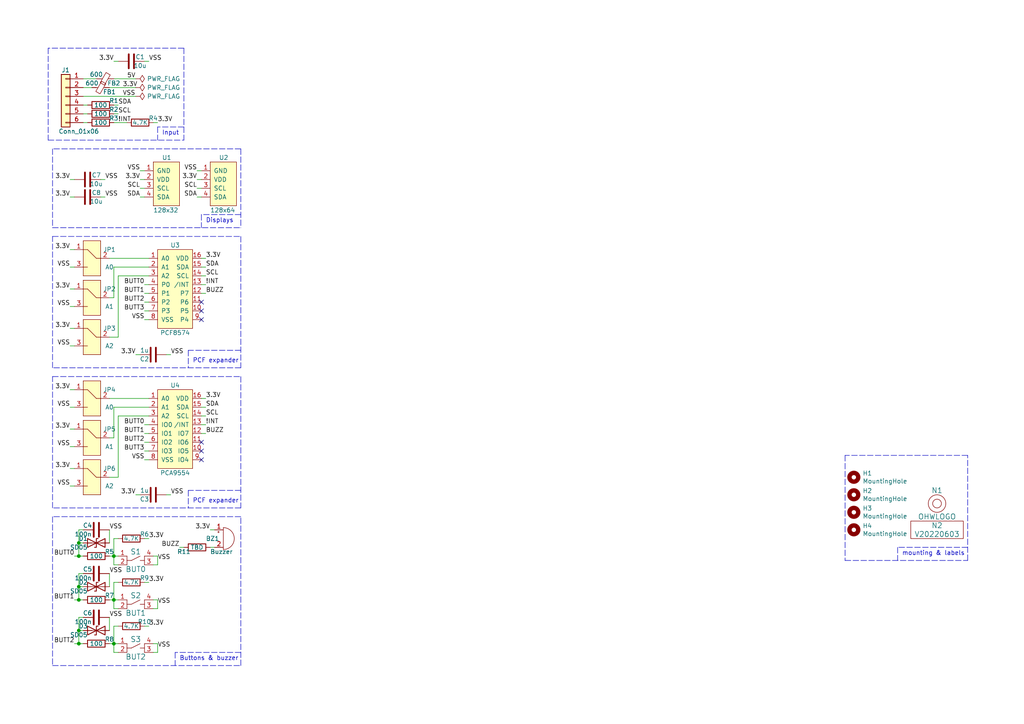
<source format=kicad_sch>
(kicad_sch (version 20211123) (generator eeschema)
  (paper "A4")
  (lib_symbols
    (symbol "Connector_Generic:Conn_01x06" (pin_names (offset 1.016) hide)
      (property "Reference" "J" (at 0 7.62 0))
      (property "Value" "Conn_01x06" (at 0 -10.16 0))
      (symbol "Conn_01x06_1_1"
        (rectangle (start -1.27 -7.493) (end 0 -7.747) (stroke (width 0.1524)))
        (rectangle (start -1.27 -4.953) (end 0 -5.207) (stroke (width 0.1524)))
        (rectangle (start -1.27 -2.413) (end 0 -2.667) (stroke (width 0.1524)))
        (rectangle (start -1.27 0.127) (end 0 -0.127) (stroke (width 0.1524)))
        (rectangle (start -1.27 2.667) (end 0 2.413) (stroke (width 0.1524)))
        (rectangle (start -1.27 5.207) (end 0 4.953) (stroke (width 0.1524)))
        (rectangle (start -1.27 6.35) (end 1.27 -8.89) (stroke (width 0.254)) (fill (type background)))
        (pin passive line (at -5.08 5.08 0) (length 3.81) (name "Pin_1") (number "1"))
        (pin passive line (at -5.08 2.54 0) (length 3.81) (name "Pin_2") (number "2"))
        (pin passive line (at -5.08 0 0) (length 3.81) (name "Pin_3") (number "3"))
        (pin passive line (at -5.08 -2.54 0) (length 3.81) (name "Pin_4") (number "4"))
        (pin passive line (at -5.08 -5.08 0) (length 3.81) (name "Pin_5") (number "5"))
        (pin passive line (at -5.08 -7.62 0) (length 3.81) (name "Pin_6") (number "6"))
      )
    )
    (symbol "Device:Buzzer" (pin_names (offset 0.0254) hide)
      (property "Reference" "BZ" (at 3.81 1.27 0))
      (property "Value" "Buzzer" (at 3.81 -1.27 0))
      (symbol "Buzzer_0_1"
        (arc (start 0 -3.175) (mid 3.175 0) (end 0 3.175))
        (polyline (pts (xy -1.651 1.905) (xy -1.143 1.905)))
        (polyline (pts (xy -1.397 2.159) (xy -1.397 1.651)))
        (polyline (pts (xy 0 3.175) (xy 0 -3.175)))
      )
      (symbol "Buzzer_1_1"
        (pin passive line (at -2.54 2.54 0) (length 2.54) (name "-") (number "1"))
        (pin passive line (at -2.54 -2.54 0) (length 2.54) (name "+") (number "2"))
      )
    )
    (symbol "Device:C" (pin_numbers hide) (pin_names (offset 0.254))
      (property "Reference" "C" (at 0.635 2.54 0))
      (property "Value" "C" (at 0.635 -2.54 0))
      (symbol "C_0_1"
        (polyline (pts (xy -2.032 -0.762) (xy 2.032 -0.762)) (stroke (width 0.508)))
        (polyline (pts (xy -2.032 0.762) (xy 2.032 0.762)) (stroke (width 0.508)))
      )
      (symbol "C_1_1"
        (pin passive line (at 0 3.81 270) (length 2.794) (name "~") (number "1"))
        (pin passive line (at 0 -3.81 90) (length 2.794) (name "~") (number "2"))
      )
    )
    (symbol "Device:D_TVS" (pin_numbers hide) (pin_names (offset 1.016) hide)
      (property "Reference" "D" (at 0 2.54 0))
      (property "Value" "D_TVS" (at 0 -2.54 0))
      (symbol "D_TVS_0_1"
        (polyline (pts (xy 1.27 0) (xy -1.27 0)))
        (polyline (pts (xy 0.508 1.27) (xy 0 1.27) (xy 0 -1.27) (xy -0.508 -1.27)) (stroke (width 0.254)))
        (polyline (pts (xy -2.54 1.27) (xy -2.54 -1.27) (xy 2.54 1.27) (xy 2.54 -1.27) (xy -2.54 1.27)) (stroke (width 0.254)))
      )
      (symbol "D_TVS_1_1"
        (pin passive line (at -3.81 0 0) (length 2.54) (name "A1") (number "1"))
        (pin passive line (at 3.81 0 180) (length 2.54) (name "A2") (number "2"))
      )
    )
    (symbol "Device:FerriteBead_Small" (pin_numbers hide) (pin_names (offset 0))
      (property "Reference" "FB" (at 1.905 1.27 0))
      (property "Value" "FerriteBead_Small" (at 1.905 -1.27 0))
      (symbol "FerriteBead_Small_0_1"
        (polyline (pts (xy 0 -1.27) (xy 0 -0.7874)))
        (polyline (pts (xy 0 0.889) (xy 0 1.2954)))
        (polyline (pts (xy -1.8288 0.2794) (xy -1.1176 1.4986) (xy 1.8288 -0.2032) (xy 1.1176 -1.4224) (xy -1.8288 0.2794)))
      )
      (symbol "FerriteBead_Small_1_1"
        (pin passive line (at 0 2.54 270) (length 1.27) (name "~") (number "1"))
        (pin passive line (at 0 -2.54 90) (length 1.27) (name "~") (number "2"))
      )
    )
    (symbol "Device:R" (pin_numbers hide) (pin_names (offset 0))
      (property "Reference" "R" (at 2.032 0 90))
      (property "Value" "R" (at 0 0 90))
      (symbol "R_0_1"
        (rectangle (start -1.016 -2.54) (end 1.016 2.54) (stroke (width 0.254)))
      )
      (symbol "R_1_1"
        (pin passive line (at 0 3.81 270) (length 1.27) (name "~") (number "1"))
        (pin passive line (at 0 -3.81 90) (length 1.27) (name "~") (number "2"))
      )
    )
    (symbol "Mechanical:MountingHole" (pin_names (offset 1.016))
      (property "Reference" "H" (at 0 5.08 0))
      (property "Value" "MountingHole" (at 0 3.175 0))
      (symbol "MountingHole_0_1"
        (circle (center 0 0) (radius 1.27) (stroke (width 1.27)))
      )
    )
    (symbol "SquantorLabels:OHWLOGO" (pin_names (offset 1.016))
      (property "Reference" "N" (at 0 3.81 0))
      (property "Value" "OHWLOGO" (at 0 -3.81 0))
      (symbol "OHWLOGO_0_1"
        (circle (center 0 0) (radius 1.27))
        (circle (center 0 0) (radius 2.54))
      )
    )
    (symbol "SquantorLabels:VYYYYMMDD" (pin_names (offset 1.016))
      (property "Reference" "N" (at 0 2.54 0))
      (property "Value" "VYYYYMMDD" (at 0 0 0))
      (symbol "VYYYYMMDD_0_1"
        (rectangle (start 7.62 -1.27) (end -7.62 3.81))
      )
    )
    (symbol "SquantorModules:I2C_OLED" (pin_names (offset 1.016))
      (property "Reference" "U" (at 0 7.62 0))
      (property "Value" "I2C_OLED" (at 0 -7.62 0))
      (symbol "I2C_OLED_0_1"
        (rectangle (start -3.81 6.35) (end 3.81 -6.35) (fill (type background)))
      )
      (symbol "I2C_OLED_1_1"
        (pin power_in line (at -6.35 3.81 0) (length 2.54) (name "GND") (number "1"))
        (pin power_in line (at -6.35 1.27 0) (length 2.54) (name "VDD") (number "2"))
        (pin input line (at -6.35 -1.27 0) (length 2.54) (name "SCL") (number "3"))
        (pin bidirectional line (at -6.35 -3.81 0) (length 2.54) (name "SDA") (number "4"))
      )
    )
    (symbol "SquantorNxp:PCA9554" (pin_names (offset 1.016))
      (property "Reference" "U" (at 0 10.16 0))
      (property "Value" "PCA9554" (at 0 -15.24 0))
      (symbol "PCA9554_0_1"
        (rectangle (start -5.08 8.89) (end 5.08 -13.97) (fill (type background)))
      )
      (symbol "PCA9554_1_1"
        (pin input line (at -7.62 6.35 0) (length 2.54) (name "A0") (number "1"))
        (pin bidirectional line (at 7.62 -8.89 180) (length 2.54) (name "IO5") (number "10"))
        (pin bidirectional line (at 7.62 -6.35 180) (length 2.54) (name "IO6") (number "11"))
        (pin bidirectional line (at 7.62 -3.81 180) (length 2.54) (name "IO7") (number "12"))
        (pin open_collector line (at 7.62 -1.27 180) (length 2.54) (name "/INT") (number "13"))
        (pin open_collector line (at 7.62 1.27 180) (length 2.54) (name "SCL") (number "14"))
        (pin open_collector line (at 7.62 3.81 180) (length 2.54) (name "SDA") (number "15"))
        (pin power_in line (at 7.62 6.35 180) (length 2.54) (name "VDD") (number "16"))
        (pin input line (at -7.62 3.81 0) (length 2.54) (name "A1") (number "2"))
        (pin input line (at -7.62 1.27 0) (length 2.54) (name "A2") (number "3"))
        (pin bidirectional line (at -7.62 -1.27 0) (length 2.54) (name "IO0") (number "4"))
        (pin bidirectional line (at -7.62 -3.81 0) (length 2.54) (name "IO1") (number "5"))
        (pin bidirectional line (at -7.62 -6.35 0) (length 2.54) (name "IO2") (number "6"))
        (pin bidirectional line (at -7.62 -8.89 0) (length 2.54) (name "IO3") (number "7"))
        (pin power_in line (at -7.62 -11.43 0) (length 2.54) (name "VSS") (number "8"))
        (pin bidirectional line (at 7.62 -11.43 180) (length 2.54) (name "IO4") (number "9"))
      )
    )
    (symbol "SquantorNxp:PCF8574" (pin_names (offset 1.016))
      (property "Reference" "U" (at 0 11.43 0))
      (property "Value" "PCF8574" (at 0 -13.97 0))
      (symbol "PCF8574_1_0"
        (rectangle (start -5.08 10.16) (end 5.08 -12.7) (fill (type background)))
      )
      (symbol "PCF8574_1_1"
        (pin input line (at -7.62 7.62 0) (length 2.54) (name "A0") (number "1"))
        (pin bidirectional line (at 7.62 -7.62 180) (length 2.54) (name "P5") (number "10"))
        (pin bidirectional line (at 7.62 -5.08 180) (length 2.54) (name "P6") (number "11"))
        (pin bidirectional line (at 7.62 -2.54 180) (length 2.54) (name "P7") (number "12"))
        (pin open_collector line (at 7.62 0 180) (length 2.54) (name "/INT") (number "13"))
        (pin input line (at 7.62 2.54 180) (length 2.54) (name "SCL") (number "14"))
        (pin bidirectional line (at 7.62 5.08 180) (length 2.54) (name "SDA") (number "15"))
        (pin power_in line (at 7.62 7.62 180) (length 2.54) (name "VDD") (number "16"))
        (pin input line (at -7.62 5.08 0) (length 2.54) (name "A1") (number "2"))
        (pin input line (at -7.62 2.54 0) (length 2.54) (name "A2") (number "3"))
        (pin bidirectional line (at -7.62 0 0) (length 2.54) (name "P0") (number "4"))
        (pin bidirectional line (at -7.62 -2.54 0) (length 2.54) (name "P1") (number "5"))
        (pin bidirectional line (at -7.62 -5.08 0) (length 2.54) (name "P2") (number "6"))
        (pin bidirectional line (at -7.62 -7.62 0) (length 2.54) (name "P3") (number "7"))
        (pin power_in line (at -7.62 -10.16 0) (length 2.54) (name "VSS") (number "8"))
        (pin bidirectional line (at 7.62 -10.16 180) (length 2.54) (name "P4") (number "9"))
      )
    )
    (symbol "SquantorSpecial:Solderjumper_3way_12conn" (pin_names (offset 1.016))
      (property "Reference" "JP" (at 0 6.35 0))
      (property "Value" "Solderjumper_3way_12conn" (at 0 -6.35 0))
      (symbol "Solderjumper_3way_12conn_0_1"
        (rectangle (start -2.54 5.08) (end 2.54 -5.08) (fill (type background)))
        (polyline (pts (xy -2.54 -2.54) (xy -1.27 -2.54)))
        (polyline (pts (xy -2.54 2.54) (xy -1.27 2.54)))
        (polyline (pts (xy -1.27 2.54) (xy 1.27 0)))
        (polyline (pts (xy 2.54 0) (xy 1.27 0)))
      )
      (symbol "Solderjumper_3way_12conn_1_1"
        (pin passive line (at -5.08 2.54 0) (length 2.54) (name "~") (number "1"))
        (pin passive line (at 5.08 0 180) (length 2.54) (name "~") (number "2"))
        (pin passive line (at -5.08 -2.54 0) (length 2.54) (name "~") (number "3"))
      )
    )
    (symbol "SquantorSwitches:4pin_tact_switch" (pin_names (offset 1.016))
      (property "Reference" "S" (at 0 3.81 0))
      (property "Value" "4pin_tact_switch" (at 0 -3.81 0))
      (symbol "4pin_tact_switch_0_1"
        (polyline (pts (xy -2.54 0) (xy -2.54 -1.27)))
        (polyline (pts (xy 1.27 1.27) (xy -1.27 0)))
        (polyline (pts (xy 2.54 -1.27) (xy 2.54 1.27)))
        (polyline (pts (xy 2.54 0) (xy 1.27 0)))
        (polyline (pts (xy -1.27 0) (xy -2.54 0) (xy -2.54 1.27)))
      )
      (symbol "4pin_tact_switch_1_1"
        (pin passive line (at -5.08 1.27 0) (length 2.54) (name "~") (number "1"))
        (pin passive line (at -5.08 -1.27 0) (length 2.54) (name "~") (number "2"))
        (pin passive line (at 5.08 -1.27 180) (length 2.54) (name "~") (number "3"))
        (pin passive line (at 5.08 1.27 180) (length 2.54) (name "~") (number "4"))
      )
    )
    (symbol "power:PWR_FLAG" (power) (pin_numbers hide) (pin_names (offset 0) hide)
      (property "Value" "PWR_FLAG" (at 0 3.81 0))
      (symbol "PWR_FLAG_0_0"
        (pin power_out line (at 0 0 90) (length 0) (name "pwr") (number "1"))
      )
      (symbol "PWR_FLAG_0_1"
        (polyline (pts (xy 0 0) (xy 0 1.27) (xy -1.016 1.905) (xy 0 2.54) (xy 1.016 1.905) (xy 0 1.27)))
      )
    )
  )
  (junction (at 22.86 182.88))
  (junction (at 33.02 173.99))
  (junction (at 22.86 186.69))
  (junction (at 22.86 170.18))
  (junction (at 33.02 161.29))
  (junction (at 33.02 186.69))
  (junction (at 22.86 161.29))
  (junction (at 22.86 173.99))
  (junction (at 22.86 157.48))
  (no_connect (at 58.42 130.81))
  (no_connect (at 58.42 90.17))
  (no_connect (at 58.42 92.71))
  (no_connect (at 58.42 87.63))
  (no_connect (at 58.42 133.35))
  (no_connect (at 58.42 128.27))
  (wire (pts (xy 34.29 33.02) (xy 33.02 33.02)))
  (wire (pts (xy 60.96 153.67) (xy 62.23 153.67)))
  (wire (pts (xy 34.29 186.69) (xy 33.02 186.69)))
  (wire (pts (xy 41.91 133.35) (xy 43.18 133.35)))
  (wire (pts (xy 34.29 181.61) (xy 33.02 181.61)))
  (polyline (pts (xy 15.24 109.22) (xy 69.85 109.22)))
  (wire (pts (xy 34.29 97.79) (xy 31.75 97.79)))
  (wire (pts (xy 59.69 118.11) (xy 58.42 118.11)))
  (wire (pts (xy 43.18 80.01) (xy 34.29 80.01)))
  (wire (pts (xy 24.13 166.37) (xy 22.86 166.37)))
  (wire (pts (xy 33.02 173.99) (xy 31.75 173.99)))
  (wire (pts (xy 41.91 52.07) (xy 40.64 52.07)))
  (wire (pts (xy 33.02 173.99) (xy 33.02 176.53)))
  (polyline (pts (xy 69.85 193.04) (xy 69.85 149.86)))
  (wire (pts (xy 57.15 49.53) (xy 58.42 49.53)))
  (wire (pts (xy 41.91 82.55) (xy 43.18 82.55)))
  (wire (pts (xy 58.42 120.65) (xy 59.69 120.65)))
  (polyline (pts (xy 69.85 68.58) (xy 69.85 106.68)))
  (polyline (pts (xy 260.35 158.75) (xy 260.35 162.56)))
  (wire (pts (xy 34.29 176.53) (xy 33.02 176.53)))
  (wire (pts (xy 43.18 85.09) (xy 41.91 85.09)))
  (wire (pts (xy 34.29 17.78) (xy 33.02 17.78)))
  (wire (pts (xy 33.02 22.86) (xy 39.37 22.86)))
  (wire (pts (xy 43.18 125.73) (xy 41.91 125.73)))
  (wire (pts (xy 40.64 49.53) (xy 41.91 49.53)))
  (wire (pts (xy 33.02 168.91) (xy 33.02 173.99)))
  (wire (pts (xy 43.18 77.47) (xy 33.02 77.47)))
  (wire (pts (xy 41.91 87.63) (xy 43.18 87.63)))
  (wire (pts (xy 31.75 166.37) (xy 31.75 170.18)))
  (wire (pts (xy 58.42 115.57) (xy 59.69 115.57)))
  (wire (pts (xy 33.02 127) (xy 31.75 127)))
  (wire (pts (xy 43.18 156.21) (xy 41.91 156.21)))
  (wire (pts (xy 22.86 182.88) (xy 22.86 179.07)))
  (wire (pts (xy 25.4 33.02) (xy 24.13 33.02)))
  (wire (pts (xy 34.29 138.43) (xy 31.75 138.43)))
  (wire (pts (xy 33.02 35.56) (xy 36.83 35.56)))
  (polyline (pts (xy 280.67 132.08) (xy 245.11 132.08)))
  (wire (pts (xy 21.59 118.11) (xy 20.32 118.11)))
  (wire (pts (xy 33.02 186.69) (xy 33.02 189.23)))
  (wire (pts (xy 40.64 54.61) (xy 41.91 54.61)))
  (wire (pts (xy 21.59 100.33) (xy 20.32 100.33)))
  (wire (pts (xy 33.02 186.69) (xy 31.75 186.69)))
  (wire (pts (xy 39.37 25.4) (xy 31.75 25.4)))
  (polyline (pts (xy 13.97 13.97) (xy 13.97 40.64)))
  (wire (pts (xy 43.18 120.65) (xy 34.29 120.65)))
  (wire (pts (xy 43.18 130.81) (xy 41.91 130.81)))
  (wire (pts (xy 60.96 158.75) (xy 62.23 158.75)))
  (polyline (pts (xy 53.34 13.97) (xy 53.34 40.64)))
  (polyline (pts (xy 15.24 149.86) (xy 15.24 193.04)))
  (wire (pts (xy 43.18 168.91) (xy 41.91 168.91)))
  (wire (pts (xy 52.07 158.75) (xy 53.34 158.75)))
  (wire (pts (xy 34.29 156.21) (xy 33.02 156.21)))
  (polyline (pts (xy 245.11 132.08) (xy 245.11 162.56)))
  (wire (pts (xy 21.59 129.54) (xy 20.32 129.54)))
  (wire (pts (xy 33.02 161.29) (xy 33.02 163.83)))
  (wire (pts (xy 22.86 161.29) (xy 24.13 161.29)))
  (polyline (pts (xy 15.24 147.32) (xy 15.24 109.22)))
  (wire (pts (xy 41.91 128.27) (xy 43.18 128.27)))
  (wire (pts (xy 21.59 140.97) (xy 20.32 140.97)))
  (wire (pts (xy 59.69 82.55) (xy 58.42 82.55)))
  (polyline (pts (xy 69.85 147.32) (xy 15.24 147.32)))
  (polyline (pts (xy 69.85 43.18) (xy 15.24 43.18)))
  (wire (pts (xy 26.67 25.4) (xy 24.13 25.4)))
  (wire (pts (xy 21.59 161.29) (xy 22.86 161.29)))
  (polyline (pts (xy 69.85 62.23) (xy 58.42 62.23)))
  (wire (pts (xy 44.45 186.69) (xy 45.72 186.69)))
  (wire (pts (xy 20.32 135.89) (xy 21.59 135.89)))
  (wire (pts (xy 45.72 186.69) (xy 45.72 189.23)))
  (wire (pts (xy 33.02 181.61) (xy 33.02 186.69)))
  (wire (pts (xy 22.86 182.88) (xy 22.86 186.69)))
  (wire (pts (xy 58.42 74.93) (xy 59.69 74.93)))
  (polyline (pts (xy 15.24 68.58) (xy 69.85 68.58)))
  (polyline (pts (xy 69.85 101.6) (xy 54.61 101.6)))
  (wire (pts (xy 44.45 173.99) (xy 45.72 173.99)))
  (wire (pts (xy 21.59 88.9) (xy 20.32 88.9)))
  (wire (pts (xy 20.32 124.46) (xy 21.59 124.46)))
  (wire (pts (xy 58.42 85.09) (xy 59.69 85.09)))
  (wire (pts (xy 41.91 17.78) (xy 43.18 17.78)))
  (wire (pts (xy 48.26 102.87) (xy 49.53 102.87)))
  (polyline (pts (xy 13.97 40.64) (xy 53.34 40.64)))
  (wire (pts (xy 33.02 77.47) (xy 33.02 86.36)))
  (wire (pts (xy 57.15 54.61) (xy 58.42 54.61)))
  (wire (pts (xy 59.69 123.19) (xy 58.42 123.19)))
  (polyline (pts (xy 280.67 162.56) (xy 280.67 132.08)))
  (wire (pts (xy 21.59 173.99) (xy 22.86 173.99)))
  (wire (pts (xy 43.18 118.11) (xy 33.02 118.11)))
  (wire (pts (xy 41.91 92.71) (xy 43.18 92.71)))
  (wire (pts (xy 43.18 115.57) (xy 31.75 115.57)))
  (wire (pts (xy 39.37 143.51) (xy 40.64 143.51)))
  (polyline (pts (xy 53.34 13.97) (xy 13.97 13.97)))
  (wire (pts (xy 22.86 186.69) (xy 24.13 186.69)))
  (wire (pts (xy 29.21 52.07) (xy 30.48 52.07)))
  (polyline (pts (xy 69.85 43.18) (xy 69.85 66.04)))
  (polyline (pts (xy 280.67 158.75) (xy 260.35 158.75)))
  (wire (pts (xy 59.69 77.47) (xy 58.42 77.47)))
  (wire (pts (xy 24.13 157.48) (xy 22.86 157.48)))
  (wire (pts (xy 21.59 57.15) (xy 20.32 57.15)))
  (polyline (pts (xy 69.85 109.22) (xy 69.85 147.32)))
  (wire (pts (xy 21.59 77.47) (xy 20.32 77.47)))
  (wire (pts (xy 24.13 182.88) (xy 22.86 182.88)))
  (wire (pts (xy 24.13 30.48) (xy 25.4 30.48)))
  (wire (pts (xy 33.02 156.21) (xy 33.02 161.29)))
  (polyline (pts (xy 15.24 66.04) (xy 69.85 66.04)))
  (polyline (pts (xy 54.61 142.24) (xy 54.61 147.32)))
  (wire (pts (xy 41.91 57.15) (xy 40.64 57.15)))
  (wire (pts (xy 34.29 161.29) (xy 33.02 161.29)))
  (wire (pts (xy 33.02 118.11) (xy 33.02 127)))
  (wire (pts (xy 20.32 83.82) (xy 21.59 83.82)))
  (polyline (pts (xy 245.11 162.56) (xy 280.67 162.56)))
  (wire (pts (xy 34.29 80.01) (xy 34.29 97.79)))
  (polyline (pts (xy 69.85 149.86) (xy 15.24 149.86)))
  (wire (pts (xy 58.42 80.01) (xy 59.69 80.01)))
  (wire (pts (xy 22.86 157.48) (xy 22.86 153.67)))
  (polyline (pts (xy 15.24 43.18) (xy 15.24 66.04)))
  (polyline (pts (xy 45.72 36.83) (xy 45.72 40.64)))
  (wire (pts (xy 20.32 113.03) (xy 21.59 113.03)))
  (wire (pts (xy 20.32 72.39) (xy 21.59 72.39)))
  (wire (pts (xy 34.29 120.65) (xy 34.29 138.43)))
  (wire (pts (xy 24.13 22.86) (xy 27.94 22.86)))
  (wire (pts (xy 45.72 163.83) (xy 44.45 163.83)))
  (polyline (pts (xy 50.8 189.23) (xy 50.8 193.04)))
  (wire (pts (xy 45.72 173.99) (xy 45.72 176.53)))
  (wire (pts (xy 43.18 90.17) (xy 41.91 90.17)))
  (polyline (pts (xy 69.85 142.24) (xy 54.61 142.24)))
  (wire (pts (xy 39.37 102.87) (xy 40.64 102.87)))
  (wire (pts (xy 45.72 35.56) (xy 44.45 35.56)))
  (polyline (pts (xy 15.24 193.04) (xy 69.85 193.04)))
  (wire (pts (xy 29.21 57.15) (xy 30.48 57.15)))
  (wire (pts (xy 33.02 161.29) (xy 31.75 161.29)))
  (wire (pts (xy 22.86 170.18) (xy 22.86 166.37)))
  (polyline (pts (xy 58.42 62.23) (xy 58.42 66.04)))
  (wire (pts (xy 24.13 27.94) (xy 39.37 27.94)))
  (wire (pts (xy 45.72 189.23) (xy 44.45 189.23)))
  (wire (pts (xy 33.02 86.36) (xy 31.75 86.36)))
  (wire (pts (xy 34.29 189.23) (xy 33.02 189.23)))
  (polyline (pts (xy 69.85 106.68) (xy 15.24 106.68)))
  (wire (pts (xy 31.75 153.67) (xy 31.75 157.48)))
  (wire (pts (xy 58.42 57.15) (xy 57.15 57.15)))
  (polyline (pts (xy 53.34 36.83) (xy 45.72 36.83)))
  (wire (pts (xy 22.86 170.18) (xy 22.86 173.99)))
  (wire (pts (xy 34.29 163.83) (xy 33.02 163.83)))
  (wire (pts (xy 43.18 74.93) (xy 31.75 74.93)))
  (wire (pts (xy 48.26 143.51) (xy 49.53 143.51)))
  (wire (pts (xy 22.86 157.48) (xy 22.86 161.29)))
  (polyline (pts (xy 15.24 106.68) (xy 15.24 68.58)))
  (wire (pts (xy 34.29 168.91) (xy 33.02 168.91)))
  (wire (pts (xy 24.13 153.67) (xy 22.86 153.67)))
  (wire (pts (xy 34.29 173.99) (xy 33.02 173.99)))
  (polyline (pts (xy 54.61 101.6) (xy 54.61 106.68)))
  (wire (pts (xy 31.75 179.07) (xy 31.75 182.88)))
  (wire (pts (xy 24.13 35.56) (xy 25.4 35.56)))
  (wire (pts (xy 33.02 30.48) (xy 34.29 30.48)))
  (wire (pts (xy 41.91 123.19) (xy 43.18 123.19)))
  (wire (pts (xy 44.45 161.29) (xy 45.72 161.29)))
  (wire (pts (xy 45.72 161.29) (xy 45.72 163.83)))
  (wire (pts (xy 58.42 125.73) (xy 59.69 125.73)))
  (wire (pts (xy 43.18 181.61) (xy 41.91 181.61)))
  (wire (pts (xy 45.72 176.53) (xy 44.45 176.53)))
  (wire (pts (xy 22.86 173.99) (xy 24.13 173.99)))
  (wire (pts (xy 24.13 179.07) (xy 22.86 179.07)))
  (polyline (pts (xy 69.85 189.23) (xy 50.8 189.23)))
  (wire (pts (xy 21.59 186.69) (xy 22.86 186.69)))
  (wire (pts (xy 21.59 52.07) (xy 20.32 52.07)))
  (wire (pts (xy 20.32 95.25) (xy 21.59 95.25)))
  (wire (pts (xy 24.13 170.18) (xy 22.86 170.18)))
  (wire (pts (xy 58.42 52.07) (xy 57.15 52.07)))
  (text "Input" (at 46.99 39.37 0) (effects (font (size 1.27 1.27)) (justify left bottom)))
  (text "mounting & labels" (at 261.62 161.29 0) (effects (font (size 1.27 1.27)) (justify left bottom)))
  (text "PCF expander" (at 55.88 146.05 0) (effects (font (size 1.27 1.27)) (justify left bottom)))
  (text "Buttons & buzzer" (at 52.07 191.77 0) (effects (font (size 1.27 1.27)) (justify left bottom)))
  (text "PCF expander" (at 55.88 105.41 0) (effects (font (size 1.27 1.27)) (justify left bottom)))
  (text "Displays" (at 59.69 64.77 0) (effects (font (size 1.27 1.27)) (justify left bottom)))
  (label "3.3V" (at 39.37 102.87 180))
  (label "3.3V" (at 20.32 124.46 180))
  (label "5V" (at 36.83 22.86 0))
  (label "3.3V" (at 40.64 52.07 180))
  (label "VSS" (at 31.75 153.67 0))
  (label "3.3V" (at 43.18 156.21 0))
  (label "BUTT0" (at 41.91 123.19 180))
  (label "BUTT2" (at 21.59 186.69 180))
  (label "SDA" (at 59.69 77.47 0))
  (label "VSS" (at 41.91 92.71 180))
  (label "3.3V" (at 20.32 135.89 180))
  (label "VSS" (at 20.32 100.33 180))
  (label "VSS" (at 35.56 27.94 0))
  (label "!INT" (at 59.69 123.19 0))
  (label "BUTT2" (at 41.91 128.27 180))
  (label "3.3V" (at 20.32 72.39 180))
  (label "VSS" (at 49.53 143.51 0))
  (label "BUZZ" (at 59.69 125.73 0))
  (label "SCL" (at 40.64 54.61 180))
  (label "VSS" (at 43.18 17.78 0))
  (label "SCL" (at 34.29 33.02 0))
  (label "VSS" (at 49.53 102.87 0))
  (label "BUTT0" (at 21.59 161.29 180))
  (label "VSS" (at 20.32 77.47 180))
  (label "BUTT0" (at 41.91 82.55 180))
  (label "3.3V" (at 20.32 95.25 180))
  (label "3.3V" (at 57.15 52.07 180))
  (label "3.3V" (at 39.37 143.51 180))
  (label "3.3V" (at 43.18 168.91 0))
  (label "3.3V" (at 20.32 57.15 180))
  (label "3.3V" (at 45.72 35.56 0))
  (label "BUTT2" (at 41.91 87.63 180))
  (label "3.3V" (at 43.18 181.61 0))
  (label "BUTT1" (at 21.59 173.99 180))
  (label "BUTT1" (at 41.91 125.73 180))
  (label "VSS" (at 40.64 49.53 180))
  (label "VSS" (at 30.48 52.07 0))
  (label "3.3V" (at 60.96 153.67 180))
  (label "VSS" (at 20.32 129.54 180))
  (label "SDA" (at 34.29 30.48 0))
  (label "BUZZ" (at 59.69 85.09 0))
  (label "VSS" (at 31.75 166.37 0))
  (label "SDA" (at 57.15 57.15 180))
  (label "3.3V" (at 35.56 25.4 0))
  (label "VSS" (at 20.32 140.97 180))
  (label "3.3V" (at 33.02 17.78 180))
  (label "3.3V" (at 59.69 74.93 0))
  (label "3.3V" (at 20.32 83.82 180))
  (label "BUZZ" (at 52.07 158.75 180))
  (label "!INT" (at 34.29 35.56 0))
  (label "SCL" (at 59.69 120.65 0))
  (label "SCL" (at 59.69 80.01 0))
  (label "VSS" (at 31.75 179.07 0))
  (label "VSS" (at 45.72 162.56 0))
  (label "VSS" (at 45.72 175.26 0))
  (label "VSS" (at 41.91 133.35 180))
  (label "BUTT1" (at 41.91 85.09 180))
  (label "3.3V" (at 20.32 113.03 180))
  (label "SCL" (at 57.15 54.61 180))
  (label "3.3V" (at 59.69 115.57 0))
  (label "VSS" (at 30.48 57.15 0))
  (label "BUTT3" (at 41.91 130.81 180))
  (label "VSS" (at 57.15 49.53 180))
  (label "VSS" (at 20.32 88.9 180))
  (label "SDA" (at 40.64 57.15 180))
  (label "BUTT3" (at 41.91 90.17 180))
  (label "VSS" (at 45.72 187.96 0))
  (label "VSS" (at 20.32 118.11 180))
  (label "3.3V" (at 20.32 52.07 180))
  (label "!INT" (at 59.69 82.55 0))
  (label "SDA" (at 59.69 118.11 0))
  (symbol (lib_id "SquantorLabels:VYYYYMMDD") (at 271.78 154.94 0) (unit 1)
    (property "Reference" "N2" (at 271.78 152.4 0) (effects (font (size 1.524 1.524))))
    (property "Value" "V20220603" (at 271.78 154.94 0) (effects (font (size 1.524 1.524))))
    (property "Footprint" "SquantorLabels:Label_Generic" (effects hide))
  )
  (symbol (lib_id "SquantorLabels:OHWLOGO") (at 271.78 146.05 0) (unit 1)
    (property "Reference" "N1" (at 271.78 142.24 0) (effects (font (size 1.524 1.524))))
    (property "Value" "OHWLOGO" (at 271.78 149.86 0) (effects (font (size 1.524 1.524))))
    (property "Footprint" "Symbols:OSHW-Symbol_6.7x6mm_SilkScreen" (effects hide))
  )
  (symbol (lib_id "Mechanical:MountingHole") (at 247.65 138.43 0) (unit 1)
    (property "Reference" "H1" (at 250.19 137.2616 0) (effects (justify left)))
    (property "Value" "MountingHole" (at 250.19 139.573 0) (effects (justify left)))
    (property "Footprint" "MountingHole:MountingHole_3.2mm_M3_Pad_Via" (effects hide))
  )
  (symbol (lib_id "Mechanical:MountingHole") (at 247.65 143.51 0) (unit 1)
    (property "Reference" "H2" (at 250.19 142.3416 0) (effects (justify left)))
    (property "Value" "MountingHole" (at 250.19 144.653 0) (effects (justify left)))
    (property "Footprint" "MountingHole:MountingHole_3.2mm_M3_Pad_Via" (effects hide))
  )
  (symbol (lib_id "Mechanical:MountingHole") (at 247.65 148.59 0) (unit 1)
    (property "Reference" "H3" (at 250.19 147.4216 0) (effects (justify left)))
    (property "Value" "MountingHole" (at 250.19 149.733 0) (effects (justify left)))
    (property "Footprint" "MountingHole:MountingHole_3.2mm_M3_Pad_Via" (effects hide))
  )
  (symbol (lib_id "Mechanical:MountingHole") (at 247.65 153.67 0) (unit 1)
    (property "Reference" "H4" (at 250.19 152.5016 0) (effects (justify left)))
    (property "Value" "MountingHole" (at 250.19 154.813 0) (effects (justify left)))
    (property "Footprint" "MountingHole:MountingHole_3.2mm_M3_Pad_Via" (effects hide))
  )
  (symbol (lib_id "Connector_Generic:Conn_01x06") (at 19.05 27.94 0) (mirror y) (unit 1)
    (property "Reference" "J1" (at 19.05 20.32 0))
    (property "Value" "Conn_01x06" (at 22.86 38.1 0))
    (property "Footprint" "Connector_JST:JST_PH_S6B-PH-K_1x06_P2.00mm_Horizontal" (effects hide))
  )
  (symbol (lib_id "power:PWR_FLAG") (at 39.37 27.94 270) (unit 1)
    (property "Reference" "#FLG03" (effects hide))
    (property "Value" "PWR_FLAG" (at 42.6212 27.94 90) (effects (justify left)))
  )
  (symbol (lib_id "power:PWR_FLAG") (at 39.37 25.4 270) (unit 1)
    (property "Reference" "#FLG02" (effects hide))
    (property "Value" "PWR_FLAG" (at 42.6212 25.4 90) (effects (justify left)))
  )
  (symbol (lib_id "power:PWR_FLAG") (at 39.37 22.86 270) (unit 1)
    (property "Reference" "#FLG01" (effects hide))
    (property "Value" "PWR_FLAG" (at 42.6212 22.86 90) (effects (justify left)))
  )
  (symbol (lib_id "Device:R") (at 29.21 30.48 270) (unit 1)
    (property "Reference" "R1" (at 33.02 29.21 90))
    (property "Value" "100" (at 29.21 30.48 90))
    (property "Footprint" "SquantorRcl:R_0603_hand" (effects hide))
  )
  (symbol (lib_id "Device:R") (at 29.21 33.02 270) (unit 1)
    (property "Reference" "R2" (at 33.02 31.75 90))
    (property "Value" "100" (at 29.21 33.02 90))
    (property "Footprint" "SquantorRcl:R_0603_hand" (effects hide))
  )
  (symbol (lib_id "Device:R") (at 29.21 35.56 270) (unit 1)
    (property "Reference" "R3" (at 33.02 34.29 90))
    (property "Value" "100" (at 29.21 35.56 90))
    (property "Footprint" "SquantorRcl:R_0603_hand" (effects hide))
  )
  (symbol (lib_id "SquantorModules:I2C_OLED") (at 64.77 53.34 0) (unit 1)
    (property "Reference" "U2" (at 63.5 45.72 0) (effects (justify left)))
    (property "Value" "128x64" (at 60.96 60.96 0) (effects (justify left)))
    (property "Footprint" "SquantorModules:OLED_128x64" (effects hide))
  )
  (symbol (lib_id "SquantorModules:I2C_OLED") (at 48.26 53.34 0) (unit 1)
    (property "Reference" "U1" (at 46.99 45.72 0) (effects (justify left)))
    (property "Value" "128x32" (at 44.45 60.96 0) (effects (justify left)))
    (property "Footprint" "SquantorModules:OLED_128x32" (effects hide))
  )
  (symbol (lib_id "Device:FerriteBead_Small") (at 30.48 22.86 270) (unit 1)
    (property "Reference" "FB2" (at 33.02 24.13 90))
    (property "Value" "600" (at 27.94 21.59 90))
    (property "Footprint" "SquantorRcl:L_0603" (effects hide))
  )
  (symbol (lib_id "Device:FerriteBead_Small") (at 29.21 25.4 270) (unit 1)
    (property "Reference" "FB1" (at 31.75 26.67 90))
    (property "Value" "600" (at 26.67 24.13 90))
    (property "Footprint" "SquantorRcl:L_0603" (effects hide))
  )
  (symbol (lib_id "Device:C") (at 38.1 17.78 270) (unit 1)
    (property "Reference" "C1" (at 40.64 16.51 90))
    (property "Value" "10u" (at 40.64 19.05 90))
    (property "Footprint" "SquantorRcl:C_0603" (effects hide))
  )
  (symbol (lib_id "SquantorNxp:PCF8574") (at 50.8 82.55 0) (unit 1)
    (property "Reference" "U3" (at 50.8 71.12 0))
    (property "Value" "PCF8574" (at 50.8 96.52 0))
    (property "Footprint" "SquantorIC:SOT162-1-NXP" (effects hide))
  )
  (symbol (lib_id "Device:C") (at 44.45 102.87 90) (unit 1)
    (property "Reference" "C2" (at 41.91 104.14 90))
    (property "Value" "1u" (at 41.91 101.6 90))
    (property "Footprint" "SquantorRcl:C_0603" (effects hide))
  )
  (symbol (lib_id "SquantorSpecial:Solderjumper_3way_12conn") (at 26.67 74.93 0) (unit 1)
    (property "Reference" "JP1" (at 31.75 72.39 0))
    (property "Value" "A0" (at 31.75 77.47 0))
    (property "Footprint" "SquantorSpecial:solder_jumper_0603_3way_12conn" (effects hide))
  )
  (symbol (lib_id "Device:R") (at 40.64 35.56 270) (unit 1)
    (property "Reference" "R4" (at 44.45 34.29 90))
    (property "Value" "4.7K" (at 40.64 35.56 90))
    (property "Footprint" "SquantorRcl:R_0603_hand" (effects hide))
  )
  (symbol (lib_id "Device:C") (at 44.45 143.51 90) (unit 1)
    (property "Reference" "C3" (at 41.91 144.78 90))
    (property "Value" "1u" (at 41.91 142.24 90))
    (property "Footprint" "SquantorRcl:C_0603" (effects hide))
  )
  (symbol (lib_id "SquantorSpecial:Solderjumper_3way_12conn") (at 26.67 86.36 0) (unit 1)
    (property "Reference" "JP2" (at 31.75 83.82 0))
    (property "Value" "A1" (at 31.75 88.9 0))
    (property "Footprint" "SquantorSpecial:solder_jumper_0603_3way_12conn" (effects hide))
  )
  (symbol (lib_id "SquantorNxp:PCA9554") (at 50.8 121.92 0) (unit 1)
    (property "Reference" "U4" (at 50.8 111.76 0))
    (property "Value" "PCA9554" (at 50.8 137.16 0))
    (property "Footprint" "SquantorIC:SOT403-1-NXP" (effects hide))
  )
  (symbol (lib_id "SquantorSpecial:Solderjumper_3way_12conn") (at 26.67 97.79 0) (unit 1)
    (property "Reference" "JP3" (at 31.75 95.25 0))
    (property "Value" "A2" (at 31.75 100.33 0))
    (property "Footprint" "SquantorSpecial:solder_jumper_0603_3way_12conn" (effects hide))
  )
  (symbol (lib_id "SquantorSpecial:Solderjumper_3way_12conn") (at 26.67 115.57 0) (unit 1)
    (property "Reference" "JP4" (at 31.75 113.03 0))
    (property "Value" "A0" (at 31.75 118.11 0))
    (property "Footprint" "SquantorSpecial:solder_jumper_0603_3way_12conn" (effects hide))
  )
  (symbol (lib_id "SquantorSpecial:Solderjumper_3way_12conn") (at 26.67 127 0) (unit 1)
    (property "Reference" "JP5" (at 31.75 124.46 0))
    (property "Value" "A1" (at 31.75 129.54 0))
    (property "Footprint" "SquantorSpecial:solder_jumper_0603_3way_12conn" (effects hide))
  )
  (symbol (lib_id "SquantorSpecial:Solderjumper_3way_12conn") (at 26.67 138.43 0) (unit 1)
    (property "Reference" "JP6" (at 31.75 135.89 0))
    (property "Value" "A2" (at 31.75 140.97 0))
    (property "Footprint" "SquantorSpecial:solder_jumper_0603_3way_12conn" (effects hide))
  )
  (symbol (lib_id "Device:Buzzer") (at 64.77 156.21 0) (unit 1)
    (property "Reference" "BZ1" (at 59.69 156.21 0) (effects (justify left)))
    (property "Value" "Buzzer" (at 60.96 160.02 0) (effects (justify left)))
    (property "Footprint" "Buzzer_Beeper:Buzzer_12x9.5RM7.6" (effects hide))
  )
  (symbol (lib_id "Device:R") (at 57.15 158.75 90) (unit 1)
    (property "Reference" "R11" (at 53.34 160.02 90))
    (property "Value" "TBD" (at 57.15 158.75 90))
    (property "Footprint" "SquantorRcl:R_0603_hand" (effects hide))
  )
  (symbol (lib_id "SquantorSwitches:4pin_tact_switch") (at 39.37 162.56 0) (unit 1)
    (property "Reference" "S1" (at 39.37 160.02 0) (effects (font (size 1.524 1.524))))
    (property "Value" "BUT0" (at 39.37 165.1 0) (effects (font (size 1.524 1.524))))
    (property "Footprint" "SquantorSwitches:Omron_B3F-4055" (effects hide))
  )
  (symbol (lib_id "Device:R") (at 38.1 156.21 270) (unit 1)
    (property "Reference" "R6" (at 41.91 154.94 90))
    (property "Value" "4.7K" (at 38.1 156.21 90))
    (property "Footprint" "SquantorRcl:R_0603_hand" (effects hide))
  )
  (symbol (lib_id "Device:R") (at 27.94 161.29 270) (unit 1)
    (property "Reference" "R5" (at 31.75 160.02 90))
    (property "Value" "100" (at 27.94 161.29 90))
    (property "Footprint" "SquantorRcl:R_0603_hand" (effects hide))
  )
  (symbol (lib_id "Device:C") (at 27.94 153.67 90) (unit 1)
    (property "Reference" "C4" (at 25.4 152.4 90))
    (property "Value" "100n" (at 24.13 154.94 90))
    (property "Footprint" "SquantorRcl:C_0603" (effects hide))
  )
  (symbol (lib_id "Device:D_TVS") (at 27.94 157.48 0) (unit 1)
    (property "Reference" "D1" (at 24.13 156.21 0))
    (property "Value" "SD05" (at 22.86 158.75 0))
    (property "Footprint" "SquantorDiodes:SOD_323_onsemi" (effects hide))
  )
  (symbol (lib_id "SquantorSwitches:4pin_tact_switch") (at 39.37 175.26 0) (unit 1)
    (property "Reference" "S2" (at 39.37 172.72 0) (effects (font (size 1.524 1.524))))
    (property "Value" "BUT1" (at 39.37 177.8 0) (effects (font (size 1.524 1.524))))
    (property "Footprint" "SquantorSwitches:Omron_B3F-4055" (effects hide))
  )
  (symbol (lib_id "Device:R") (at 38.1 168.91 270) (unit 1)
    (property "Reference" "R9" (at 41.91 167.64 90))
    (property "Value" "4.7K" (at 38.1 168.91 90))
    (property "Footprint" "SquantorRcl:R_0603_hand" (effects hide))
  )
  (symbol (lib_id "Device:R") (at 27.94 173.99 270) (unit 1)
    (property "Reference" "R7" (at 31.75 172.72 90))
    (property "Value" "100" (at 27.94 173.99 90))
    (property "Footprint" "SquantorRcl:R_0603_hand" (effects hide))
  )
  (symbol (lib_id "Device:C") (at 27.94 166.37 90) (unit 1)
    (property "Reference" "C5" (at 25.4 165.1 90))
    (property "Value" "100n" (at 24.13 167.64 90))
    (property "Footprint" "SquantorRcl:C_0603" (effects hide))
  )
  (symbol (lib_id "Device:D_TVS") (at 27.94 170.18 0) (unit 1)
    (property "Reference" "D2" (at 24.13 168.91 0))
    (property "Value" "SD05" (at 22.86 171.45 0))
    (property "Footprint" "SquantorDiodes:SOD_323_onsemi" (effects hide))
  )
  (symbol (lib_id "SquantorSwitches:4pin_tact_switch") (at 39.37 187.96 0) (unit 1)
    (property "Reference" "S3" (at 39.37 185.42 0) (effects (font (size 1.524 1.524))))
    (property "Value" "BUT2" (at 39.37 190.5 0) (effects (font (size 1.524 1.524))))
    (property "Footprint" "SquantorSwitches:Omron_B3F-4055" (effects hide))
  )
  (symbol (lib_id "Device:R") (at 38.1 181.61 270) (unit 1)
    (property "Reference" "R10" (at 41.91 180.34 90))
    (property "Value" "4.7K" (at 38.1 181.61 90))
    (property "Footprint" "SquantorRcl:R_0603_hand" (effects hide))
  )
  (symbol (lib_id "Device:R") (at 27.94 186.69 270) (unit 1)
    (property "Reference" "R8" (at 31.75 185.42 90))
    (property "Value" "100" (at 27.94 186.69 90))
    (property "Footprint" "SquantorRcl:R_0603_hand" (effects hide))
  )
  (symbol (lib_id "Device:C") (at 27.94 179.07 90) (unit 1)
    (property "Reference" "C6" (at 25.4 177.8 90))
    (property "Value" "100n" (at 24.13 180.34 90))
    (property "Footprint" "SquantorRcl:C_0603" (effects hide))
  )
  (symbol (lib_id "Device:D_TVS") (at 27.94 182.88 0) (unit 1)
    (property "Reference" "D3" (at 24.13 181.61 0))
    (property "Value" "SD05" (at 22.86 184.15 0))
    (property "Footprint" "SquantorDiodes:SOD_323_onsemi" (effects hide))
  )
  (symbol (lib_id "Device:C") (at 25.4 52.07 270) (unit 1)
    (property "Reference" "C7" (at 27.94 50.8 90))
    (property "Value" "10u" (at 27.94 53.34 90))
    (property "Footprint" "SquantorRcl:C_0603" (effects hide))
  )
  (symbol (lib_id "Device:C") (at 25.4 57.15 270) (unit 1)
    (property "Reference" "C8" (at 27.94 55.88 90))
    (property "Value" "10u" (at 27.94 58.42 90))
    (property "Footprint" "SquantorRcl:C_0603" (effects hide))
  )
)
</source>
